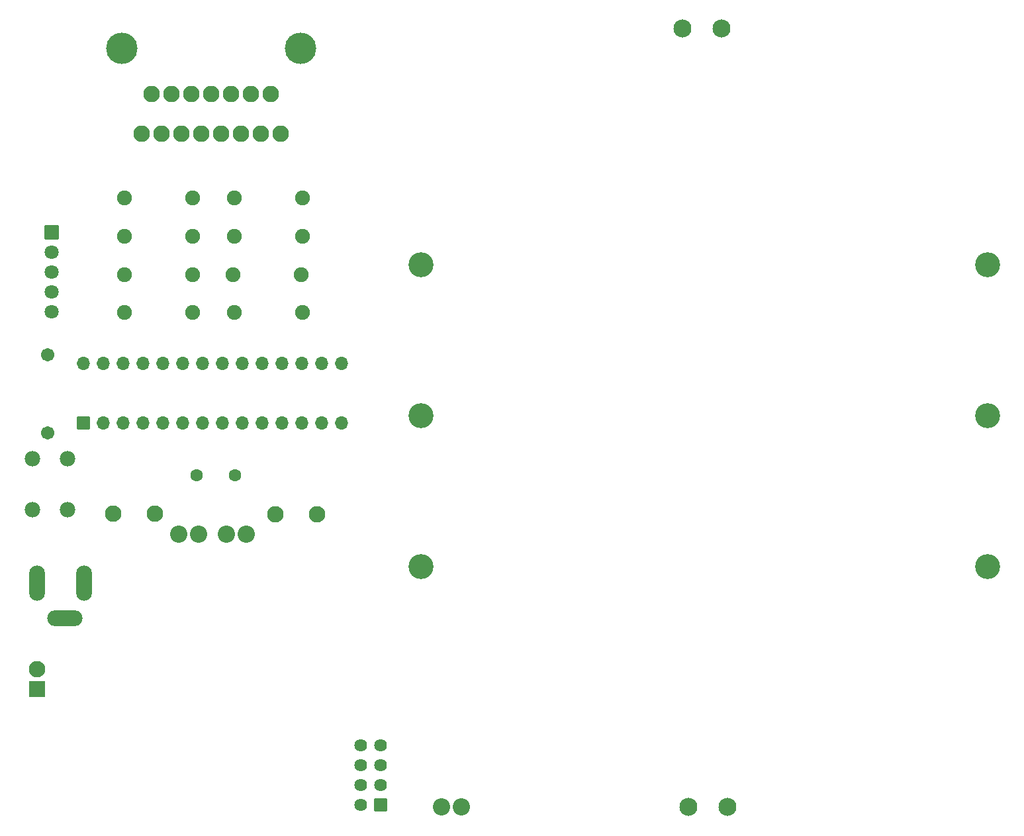
<source format=gbs>
G04 Layer: BottomSolderMaskLayer*
G04 EasyEDA v6.5.23, 2023-06-02 23:10:04*
G04 4089ee163aa04224b388df8e3d9972f5,38d8b063065d407b859bfb9f5f9b4720,10*
G04 Gerber Generator version 0.2*
G04 Scale: 100 percent, Rotated: No, Reflected: No *
G04 Dimensions in millimeters *
G04 leading zeros omitted , absolute positions ,4 integer and 5 decimal *
%FSLAX45Y45*%
%MOMM*%

%AMMACRO1*1,1,$1,$2,$3*1,1,$1,$4,$5*1,1,$1,0-$2,0-$3*1,1,$1,0-$4,0-$5*20,1,$1,$2,$3,$4,$5,0*20,1,$1,$4,$5,0-$2,0-$3,0*20,1,$1,0-$2,0-$3,0-$4,0-$5,0*20,1,$1,0-$4,0-$5,$2,$3,0*4,1,4,$2,$3,$4,$5,0-$2,0-$3,0-$4,0-$5,$2,$3,0*%
%ADD10C,3.2032*%
%ADD11C,2.2032*%
%ADD12MACRO1,0.1016X-1X-1X-1X1*%
%ADD13C,2.1016*%
%ADD14O,4.5200062X2.0200112*%
%ADD15O,2.0200112X4.5200062*%
%ADD16C,2.1031*%
%ADD17C,4.0132*%
%ADD18C,1.9016*%
%ADD19C,2.3016*%
%ADD20C,1.7032*%
%ADD21O,1.7015968000000001X1.7015968000000001*%
%ADD22MACRO1,0.1016X-0.8X-0.8X-0.8X0.8*%
%ADD23C,1.6016*%
%ADD24MACRO1,0.1016X-0.762X0.762X0.762X0.762*%
%ADD25C,1.6256*%
%ADD26C,1.9812*%
%ADD27MACRO1,0.1016X0.85X0.85X0.85X-0.85*%
%ADD28C,1.8016*%

%LPD*%
D10*
G01*
X9149496Y-9537296D03*
G01*
X9149496Y-7607302D03*
G01*
X9149496Y-5677308D03*
G01*
X1899523Y-5677308D03*
G01*
X1899523Y-7607302D03*
G01*
X1899523Y-9537296D03*
D11*
G01*
X-584189Y-9118602D03*
G01*
X-330189Y-9118602D03*
G01*
X-1193789Y-9118602D03*
G01*
X-939789Y-9118602D03*
D12*
G01*
X-3009889Y-11099675D03*
D13*
G01*
X-3009889Y-10845675D03*
D11*
G01*
X2161524Y-12611102D03*
G01*
X2415524Y-12611102D03*
D14*
G01*
X-2655102Y-10194495D03*
D15*
G01*
X-3005089Y-9744509D03*
G01*
X-2405090Y-9744509D03*
D16*
G01*
X-1545325Y-3489962D03*
G01*
X-1291325Y-3489962D03*
G01*
X-1037325Y-3489962D03*
G01*
X-783325Y-3489962D03*
G01*
X-529325Y-3489962D03*
G01*
X-275325Y-3489962D03*
G01*
X-21325Y-3489962D03*
G01*
X-1672325Y-3997962D03*
G01*
X-1418325Y-3997962D03*
G01*
X-1164325Y-3997962D03*
G01*
X-910325Y-3997962D03*
G01*
X-656325Y-3997962D03*
G01*
X-402325Y-3997962D03*
G01*
X-148325Y-3997962D03*
G01*
X105674Y-3997962D03*
D17*
G01*
X-1921245Y-2908302D03*
G01*
X364754Y-2908302D03*
D18*
G01*
X-1889140Y-4821430D03*
G01*
X-1019139Y-4821430D03*
G01*
X-485790Y-4821430D03*
G01*
X384210Y-4821430D03*
G01*
X-485790Y-5309770D03*
G01*
X384210Y-5309770D03*
G01*
X-1889140Y-5309770D03*
G01*
X-1019139Y-5309770D03*
G01*
X-1889140Y-5798162D03*
G01*
X-1019139Y-5798162D03*
G01*
X-498490Y-5798162D03*
G01*
X371510Y-5798162D03*
G01*
X-1889140Y-6286502D03*
G01*
X-1019139Y-6286502D03*
G01*
X-485790Y-6286502D03*
G01*
X384210Y-6286502D03*
D19*
G01*
X5325272Y-12611102D03*
G01*
X5825271Y-12611102D03*
G01*
X5749096Y-2654302D03*
G01*
X5249097Y-2654302D03*
D20*
G01*
X-2870189Y-6827903D03*
G01*
X-2870189Y-7827901D03*
D21*
G01*
X-1905015Y-6931916D03*
G01*
X-1651015Y-6931916D03*
G01*
X-1397015Y-6931916D03*
G01*
X-1143015Y-6931916D03*
G01*
X-889015Y-6931916D03*
G01*
X-635015Y-6931916D03*
G01*
X-381015Y-6931916D03*
G01*
X-381015Y-7693916D03*
G01*
X-2159015Y-6931916D03*
G01*
X-2413015Y-6931916D03*
G01*
X-635015Y-7693916D03*
G01*
X-889015Y-7693916D03*
G01*
X-1143015Y-7693916D03*
G01*
X-1397015Y-7693916D03*
G01*
X-1651015Y-7693916D03*
G01*
X-1905015Y-7693916D03*
G01*
X-2159015Y-7693916D03*
D22*
G01*
X-2412999Y-7693911D03*
D21*
G01*
X-127015Y-7693916D03*
G01*
X126984Y-7693916D03*
G01*
X380984Y-7693916D03*
G01*
X634984Y-7693916D03*
G01*
X888984Y-7693916D03*
G01*
X888984Y-6931916D03*
G01*
X634984Y-6931916D03*
G01*
X380984Y-6931916D03*
G01*
X126984Y-6931916D03*
G01*
X-127015Y-6931916D03*
D23*
G01*
X-967704Y-8369302D03*
G01*
X-479719Y-8369302D03*
D24*
G01*
X1384300Y-12585700D03*
D25*
G01*
X1130310Y-12585702D03*
G01*
X1384310Y-12331702D03*
G01*
X1130310Y-12331702D03*
G01*
X1384310Y-12077702D03*
G01*
X1130310Y-12077702D03*
G01*
X1384310Y-11823702D03*
G01*
X1130310Y-11823702D03*
D13*
G01*
X-2031989Y-8858252D03*
G01*
X-1498589Y-8858252D03*
G01*
X38110Y-8864602D03*
G01*
X571510Y-8864602D03*
D26*
G01*
X-2618729Y-8158482D03*
G01*
X-2618729Y-8808722D03*
G01*
X-3070849Y-8158482D03*
G01*
X-3070849Y-8808722D03*
D27*
G01*
X-2819399Y-5257800D03*
D28*
G01*
X-2819415Y-5511802D03*
G01*
X-2819415Y-5765802D03*
G01*
X-2819415Y-6019802D03*
G01*
X-2819415Y-6273802D03*
M02*

</source>
